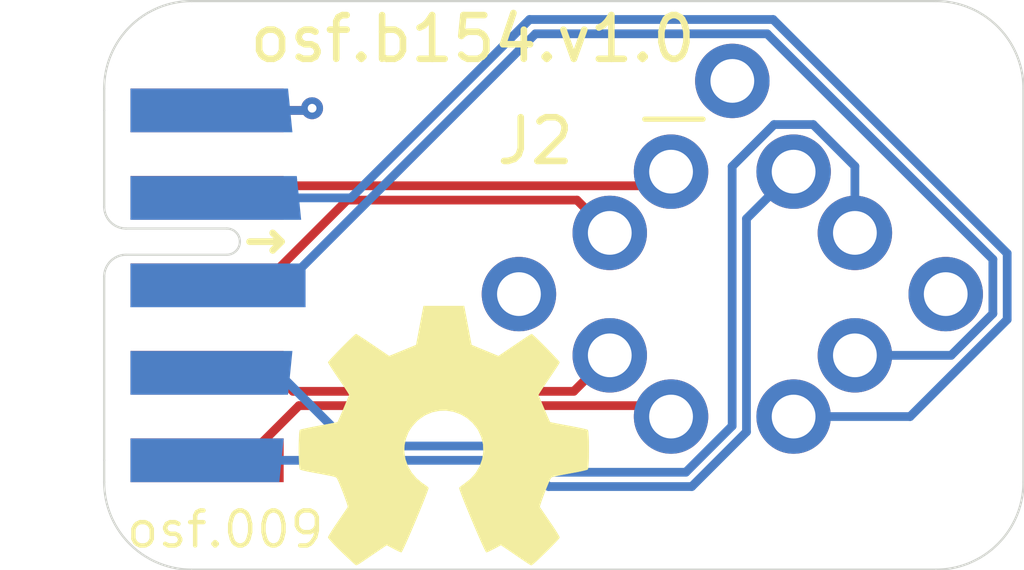
<source format=kicad_pcb>
(kicad_pcb (version 20221018) (generator pcbnew)
  (layers (0 "F.Cu" signal) (31 "B.Cu" signal) (34 "B.Paste" user) (35 "F.Paste" user) (36 "B.SilkS" user "B.Silkscreen") (37 "F.SilkS" user "F.Silkscreen") (38 "B.Mask" user) (39 "F.Mask" user) (44 "Edge.Cuts" user))
  (net 0 "")
  (net 1 "Earth")
  (net 2 "/m12-x-code/TD1+")
  (net 3 "/m12-x-code/TD1-")
  (net 4 "/m12-x-code/TD2+")
  (net 5 "/m12-x-code/TD2-")
  (net 6 "/m12-x-code/TD3+")
  (net 7 "/m12-x-code/TD3-")
  (net 8 "/m12-x-code/TD4+")
  (net 9 "/m12-x-code/TD4-")
  (footprint "Symbol:OSHW-Symbol_6.7x6mm_SilkScreen" (layer "F.Cu") (at 147.75 99.95)
    (fp_text reference "LOGO1" hide)
    (fp_text value "Logo_Open_Hardware_Small" hide)
    (fp_poly (pts (xy 0.555814 -2.531069) (xy 0.639635 -2.086445) (xy 0.94892 -1.958947) (xy 1.258206 -1.831449) (xy 1.629246 -2.083754) (xy 1.733157 -2.154004) (xy 1.827087 -2.216728) (xy 1.906652 -2.269062) (xy 1.96747 -2.308143) (xy 2.005157 -2.331107) (xy 2.015421 -2.336058) (xy 2.03391 -2.323324) (xy 2.07342 -2.288118) (xy 2.129522 -2.234938) (xy 2.197787 -2.168282) (xy 2.273786 -2.092646) (xy 2.353092 -2.012528) (xy 2.431275 -1.932426) (xy 2.503907 -1.856836) (xy 2.566559 -1.790255) (xy 2.614803 -1.737182) (xy 2.64421 -1.702113) (xy 2.651241 -1.690377) (xy 2.641123 -1.66874) (xy 2.612759 -1.621338) (xy 2.569129 -1.552807) (xy 2.513218 -1.467785) (xy 2.448006 -1.370907) (xy 2.410219 -1.31565) (xy 2.341343 -1.214752) (xy 2.28014 -1.123701) (xy 2.229578 -1.04703) (xy 2.192628 -0.989272) (xy 2.172258 -0.954957) (xy 2.169197 -0.947746) (xy 2.176136 -0.927252) (xy 2.195051 -0.879487) (xy 2.223087 -0.811168) (xy 2.257391 -0.729011) (xy 2.295109 -0.63973) (xy 2.333387 -0.550042) (xy 2.36937 -0.466662) (xy 2.400206 -0.396306) (xy 2.423039 -0.34569) (xy 2.435017 -0.321529) (xy 2.435724 -0.320578) (xy 2.454531 -0.315964) (xy 2.504618 -0.305672) (xy 2.580793 -0.290713) (xy 2.677865 -0.272099) (xy 2.790643 -0.250841) (xy 2.856442 -0.238582) (xy 2.97695 -0.215638) (xy 3.085797 -0.193805) (xy 3.177476 -0.174278) (xy 3.246481 -0.158252) (xy 3.287304 -0.146921) (xy 3.295511 -0.143326) (xy 3.303548 -0.118994) (xy 3.310033 -0.064041) (xy 3.31497 0.015108) (xy 3.318364 0.112026) (xy 3.320218 0.220287) (xy 3.320538 0.333465) (xy 3.319327 0.445135) (xy 3.31659 0.548868) (xy 3.312331 0.638241) (xy 3.306555 0.706826) (xy 3.299267 0.748197) (xy 3.294895 0.75681) (xy 3.268764 0.767133) (xy 3.213393 0.781892) (xy 3.136107 0.799352) (xy 3.04423 0.81778) (xy 3.012158 0.823741) (xy 2.857524 0.852066) (xy 2.735375 0.874876) (xy 2.641673 0.89308) (xy 2.572384 0.907583) (xy 2.523471 0.919292) (xy 2.490897 0.929115) (xy 2.470628 0.937956) (xy 2.458626 0.946724) (xy 2.456947 0.948457) (xy 2.440184 0.976371) (xy 2.414614 1.030695) (xy 2.382788 1.104777) (xy 2.34726 1.191965) (xy 2.310583 1.285608) (xy 2.275311 1.379052) (xy 2.243996 1.465647) (xy 2.219193 1.53874) (xy 2.203454 1.591678) (xy 2.199332 1.617811) (xy 2.199676 1.618726) (xy 2.213641 1.640086) (xy 2.245322 1.687084) (xy 2.291391 1.754827) (xy 2.348518 1.838423) (xy 2.413373 1.932982) (xy 2.431843 1.959854) (xy 2.497699 2.057275) (xy 2.55565 2.146163) (xy 2.602538 2.221412) (xy 2.635207 2.27792) (xy 2.6505 2.310581) (xy 2.651241 2.314593) (xy 2.638392 2.335684) (xy 2.602888 2.377464) (xy 2.549293 2.435445) (xy 2.482171 2.505135) (xy 2.406087 2.582045) (xy 2.325604 2.661683) (xy 2.245287 2.739561) (xy 2.169699 2.811186) (xy 2.103405 2.87207) (xy 2.050969 2.917721) (xy 2.016955 2.94365) (xy 2.007545 2.947883) (xy 1.985643 2.937912) (xy 1.9408 2.91102) (xy 1.880321 2.871736) (xy 1.833789 2.840117) (xy 1.749475 2.782098) (xy 1.649626 2.713784) (xy 1.549473 2.645579) (xy 1.495627 2.609075) (xy 1.313371 2.4858) (xy 1.160381 2.56852) (xy 1.090682 2.604759) (xy 1.031414 2.632926) (xy 0.991311 2.648991) (xy 0.981103 2.651226) (xy 0.968829 2.634722) (xy 0.944613 2.588082) (xy 0.910263 2.515609) (xy 0.867588 2.421606) (xy 0.818394 2.310374) (xy 0.76449 2.186215) (xy 0.707684 2.053432) (xy 0.649782 1.916327) (xy 0.592593 1.779202) (xy 0.537924 1.646358) (xy 0.487584 1.522098) (xy 0.44338 1.410725) (xy 0.407119 1.316539) (xy 0.380609 1.243844) (xy 0.365658 1.196941) (xy 0.363254 1.180833) (xy 0.382311 1.160286) (xy 0.424036 1.126933) (xy 0.479706 1.087702) (xy 0.484378 1.084599) (xy 0.628264 0.969423) (xy 0.744283 0.835053) (xy 0.83143 0.685784) (xy 0.888699 0.525913) (xy 0.915086 0.359737) (xy 0.909585 0.191552) (xy 0.87119 0.025655) (xy 0.798895 -0.133658) (xy 0.777626 -0.168513) (xy 0.666996 -0.309263) (xy 0.536302 -0.422286) (xy 0.390064 -0.506997) (xy 0.232808 -0.562806) (xy 0.069057 -0.589126) (xy -0.096667 -0.58537) (xy -0.259838 -0.55095) (xy -0.415935 -0.485277) (xy -0.560433 -0.387765) (xy -0.605131 -0.348187) (xy -0.718888 -0.224297) (xy -0.801782 -0.093876) (xy -0.858644 0.052315) (xy -0.890313 0.197088) (xy -0.898131 0.35986) (xy -0.872062 0.52344) (xy -0.814755 0.682298) (xy -0.728856 0.830906) (xy -0.617014 0.963735) (xy -0.481877 1.075256) (xy -0.464117 1.087011) (xy -0.40785 1.125508) (xy -0.365077 1.158863) (xy -0.344628 1.18016) (xy -0.344331 1.180833) (xy -0.348721 1.203871) (xy -0.366124 1.256157) (xy -0.394732 1.33339) (xy -0.432735 1.431268) (xy -0.478326 1.545491) (xy -0.529697 1.671758) (xy -0.585038 1.805767) (xy -0.642542 1.943218) (xy -0.700399 2.079808) (xy -0.756802 2.211237) (xy -0.809942 2.333205) (xy -0.85801 2.441409) (xy -0.899199 2.531549) (xy -0.931699 2.599323) (xy -0.953703 2.64043) (xy -0.962564 2.651226) (xy -0.98964 2.642819) (xy -1.040303 2.620272) (xy -1.105817 2.587613) (xy -1.141841 2.56852) (xy -1.294832 2.4858) (xy -1.477088 2.609075) (xy -1.570125 2.672228) (xy -1.671985 2.741727) (xy -1.767438 2.807165) (xy -1.81525 2.840117) (xy -1.882495 2.885273) (xy -1.939436 2.921057) (xy -1.978646 2.942938) (xy -1.991381 2.947563) (xy -2.009917 2.935085) (xy -2.050941 2.900252) (xy -2.110475 2.846678) (xy -2.184542 2.777983) (xy -2.269165 2.697781) (xy -2.322685 2.646286) (xy -2.416319 2.554286) (xy -2.497241 2.471999) (xy -2.562177 2.402945) (xy -2.607858 2.350644) (xy -2.631011 2.318616) (xy -2.633232 2.312116) (xy -2.622924 2.287394) (xy -2.594439 2.237405) (xy -2.550937 2.167212) (xy -2.495577 2.081875) (xy -2.43152 1.986456) (xy -2.413303 1.959854) (xy -2.346927 1.863167) (xy -2.287378 1.776117) (xy -2.237984 1.703595) (xy -2.202075 1.650493) (xy -2.182981 1.621703) (xy -2.181136 1.618726) (xy -2.183895 1.595782) (xy -2.198538 1.545336) (xy -2.222513 1.474041) (xy -2.253266 1.388547) (xy -2.288244 1.295507) (xy -2.324893 1.201574) (xy -2.360661 1.113399) (xy -2.392994 1.037634) (xy -2.419338 0.980931) (xy -2.437142 0.949943) (xy -2.438407 0.948457) (xy -2.449294 0.939601) (xy -2.467682 0.930843) (xy -2.497606 0.921277) (xy -2.543103 0.909996) (xy -2.608209 0.896093) (xy -2.696961 0.878663) (xy -2.813393 0.856798) (xy -2.961542 0.829591) (xy -2.993618 0.823741) (xy -3.088686 0.805374) (xy -3.171565 0.787405) (xy -3.23493 0.771569) (xy -3.271458 0.7596) (xy -3.276356 0.75681) (xy -3.284427 0.732072) (xy -3.290987 0.67679) (xy -3.296033 0.597389) (xy -3.299559 0.500296) (xy -3.301561 0.391938) (xy -3.302036 0.27874) (xy -3.300977 0.167128) (xy -3.298382 0.063529) (xy -3.294246 -0.025632) (xy -3.288563 -0.093928) (xy -3.281331 -0.134934) (xy -3.276971 -0.143326) (xy -3.252698 -0.151792) (xy -3.197426 -0.165565) (xy -3.116662 -0.18345) (xy -3.015912 -0.204252) (xy -2.900683 -0.226777) (xy -2.837902 -0.238582) (xy -2.718787 -0.260849) (xy -2.612565 -0.281021) (xy -2.524427 -0.298085) (xy -2.459566 -0.311031) (xy -2.423174 -0.318845) (xy -2.417184 -0.320578) (xy -2.407061 -0.34011) (xy -2.385662 -0.387157) (xy -2.355839 -0.454997) (xy -2.320445 -0.536909) (xy -2.282332 -0.626172) (xy -2.244353 -0.716065) (xy -2.20936 -0.799865) (xy -2.180206 -0.870853) (xy -2.159743 -0.922306) (xy -2.150823 -0.947503) (xy -2.150657 -0.948604) (xy -2.160769 -0.968481) (xy -2.189117 -1.014223) (xy -2.232723 -1.081283) (xy -2.288606 -1.165116) (xy -2.353787 -1.261174) (xy -2.391679 -1.31635) (xy -2.460725 -1.417519) (xy -2.52205 -1.50937) (xy -2.572663 -1.587256) (xy -2.609571 -1.646531) (xy -2.629782 -1.682549) (xy -2.632701 -1.690623) (xy -2.620153 -1.709416) (xy -2.585463 -1.749543) (xy -2.533063 -1.806507) (xy -2.467384 -1.875815) (xy -2.392856 -1.952969) (xy -2.313913 -2.033475) (xy -2.234983 -2.112837) (xy -2.1605 -2.18656) (xy -2.094894 -2.250148) (xy -2.042596 -2.299106) (xy -2.008039 -2.328939) (xy -1.996478 -2.336058) (xy -1.977654 -2.326047) (xy -1.932631 -2.297922) (xy -1.865787 -2.254546) (xy -1.781499 -2.198782) (xy -1.684144 -2.133494) (xy -1.610707 -2.083754) (xy -1.239667 -1.831449) (xy -0.621095 -2.086445) (xy -0.537275 -2.531069) (xy -0.453454 -2.975693) (xy 0.471994 -2.975693) (xy 0.555814 -2.531069)) (stroke (width 0.01)) (fill solid) (layer "F.SilkS"))
  )
  (footprint "b154:m12_x-code" (layer "F.Cu") (at 154.35 96.7)
    (fp_text reference "J2" (at -4.5 -3.5) (layer "F.SilkS"))
    (fp_text value "Conn_01x08_Socket" hide)
    (fp_line (start -2 -4) (end -0.67 -4) (stroke (width 0.12)) (layer "F.SilkS"))
    (pad "1" thru_hole circle (at -1.4 -2.8) (size 1.7 1.7) (drill 1) (layers "*.Cu" "*.Mask") (net 2 "/m12-x-code/TD1+"))
    (pad "2" thru_hole oval (at -2.8 -1.4) (size 1.7 1.7) (drill 1) (layers "*.Cu" "*.Mask") (net 3 "/m12-x-code/TD1-"))
    (pad "3" thru_hole oval (at -2.8 1.4) (size 1.7 1.7) (drill 1) (layers "*.Cu" "*.Mask") (net 4 "/m12-x-code/TD2+"))
    (pad "4" thru_hole oval (at -1.4 2.8) (size 1.7 1.7) (drill 1) (layers "*.Cu" "*.Mask") (net 5 "/m12-x-code/TD2-"))
    (pad "5" thru_hole oval (at 1.4 2.8) (size 1.7 1.7) (drill 1) (layers "*.Cu" "*.Mask") (net 6 "/m12-x-code/TD3+"))
    (pad "6" thru_hole oval (at 2.8 1.4) (size 1.7 1.7) (drill 1) (layers "*.Cu" "*.Mask") (net 7 "/m12-x-code/TD3-"))
    (pad "7" thru_hole oval (at 2.8 -1.4) (size 1.7 1.7) (drill 1) (layers "*.Cu" "*.Mask") (net 8 "/m12-x-code/TD4+"))
    (pad "8" thru_hole oval (at 1.4 -2.8) (size 1.7 1.7) (drill 1) (layers "*.Cu" "*.Mask") (net 9 "/m12-x-code/TD4-"))
    (pad "S" thru_hole circle (at -4.875 0) (size 1.7 1.7) (drill 1) (layers "*.Cu" "*.Mask"))
    (pad "S" thru_hole circle (at 0 -4.875) (size 1.7 1.7) (drill 1) (layers "*.Cu" "*.Mask"))
    (pad "S" thru_hole circle (at 4.875 0) (size 1.7 1.7) (drill 1) (layers "*.Cu" "*.Mask"))
  )
  (footprint "on_edge:on_edge_2x05_device" (layer "F.Cu") (at 140 96.5 -90)
    (fp_text reference "J1")
    (fp_text value "009_1000BASE-T")
    (fp_line (start -1.2 -3.85) (end -1 -4.05) (stroke (width 0.153)) (layer "F.SilkS"))
    (fp_line (start -1 -4.05) (end -1 -3.323) (stroke (width 0.153)) (layer "F.SilkS"))
    (fp_line (start -1 -4.05) (end -0.8 -3.85) (stroke (width 0.153)) (layer "F.SilkS"))
    (fp_line (start -4 0) (end -1.8 0) (stroke (width 0.05)) (layer "Edge.Cuts"))
    (fp_line (start -1.3 -2.8) (end -1.3 -0.5) (stroke (width 0.05)) (layer "Edge.Cuts"))
    (fp_line (start -0.7 -0.5) (end -0.7 -2.8) (stroke (width 0.05)) (layer "Edge.Cuts"))
    (fp_line (start -0.2 0) (end 4 0) (stroke (width 0.05)) (layer "Edge.Cuts"))
    (fp_arc (start -1.3 -2.8) (mid -1 -3.1) (end -0.7 -2.8) (stroke (width 0.05)) (layer "Edge.Cuts"))
    (fp_arc (start -1.3 -0.5) (mid -1.446447 -0.146447) (end -1.8 0) (stroke (width 0.05)) (layer "Edge.Cuts"))
    (fp_arc (start -0.2 0) (mid -0.553553 -0.146447) (end -0.7 -0.5) (stroke (width 0.05)) (layer "Edge.Cuts"))
    (pad "1" smd rect (at -4 -2.35 90) (size 1 3.5) (layers "F.Cu" "F.Mask") (net 1 "Earth"))
    (pad "2" smd rect (at -2 -2.35 270) (size 1 3.5) (layers "F.Cu" "F.Mask") (net 2 "/m12-x-code/TD1+"))
    (pad "3" smd rect (at 0 -2.35 270) (size 1 3.5) (layers "F.Cu" "F.Mask") (net 3 "/m12-x-code/TD1-"))
    (pad "4" smd rect (at 2 -2.35 90) (size 1 3.5) (layers "F.Cu" "F.Mask") (net 4 "/m12-x-code/TD2+"))
    (pad "5" smd rect (at 4 -2.35 90) (size 1 3.5) (layers "F.Cu" "F.Mask") (net 5 "/m12-x-code/TD2-"))
    (pad "6" smd custom (at -4 -2.4 270) (size 1 3.6) (layers "B.Cu" "B.Mask") (net 1 "Earth") (options (clearance outline) (anchor rect)) (primitives (gr_poly (pts (xy 0.5 -1.8) (xy 0.5 -1.9) (xy -0.5 -1.8)) (width 0) (fill yes))))
    (pad "7" smd custom (at -2 -2.1 270) (size 1 3) (layers "B.Cu" "B.Mask") (net 6 "/m12-x-code/TD3+") (options (clearance outline) (anchor rect)) (primitives (gr_poly (pts (xy 0.3 -0.51) (xy 0.31 -0.62) (xy 0.33 -0.7) (xy 0.35 -0.76) (xy 0.37 -0.81) (xy 0.4 -0.86) (xy 0.44 -0.92) (xy 0.48 -0.97) (xy 0.5 -0.99) (xy 0.5 -2.4) (xy -0.5 -2.3) (xy -0.5 1.5) (xy 0.3 1.5)) (width 0) (fill yes))))
    (pad "8" smd rect (at 0 -2.6 270) (size 1 4) (layers "B.Cu" "B.Mask") (net 7 "/m12-x-code/TD3-"))
    (pad "9" smd custom (at 2 -2.4 270) (size 1 3.6) (layers "B.Cu" "B.Mask") (net 8 "/m12-x-code/TD4+") (options (clearance outline) (anchor rect)) (primitives (gr_poly (pts (xy -0.5 -1.8) (xy -0.5 -1.9) (xy 0.5 -1.8)) (width 0) (fill yes))))
    (pad "10" smd custom (at 4 -2.3 270) (size 1 3.4) (layers "B.Cu" "B.Mask") (net 9 "/m12-x-code/TD4-") (options (clearance outline) (anchor rect)) (primitives (gr_poly (pts (xy -0.5 -1.7) (xy -0.5 -1.8) (xy 0.5 -1.7)) (width 0) (fill yes))))
  )
  (gr_line (start 142 90) (end 159 90) (stroke (width 0.05)) (layer "Edge.Cuts"))
  (gr_arc (start 161 101) (mid 160.414214 102.414214) (end 159 103) (stroke (width 0.05)) (layer "Edge.Cuts"))
  (gr_line (start 140 101) (end 140 100.5) (stroke (width 0.05)) (layer "Edge.Cuts"))
  (gr_line (start 159 103) (end 142 103) (stroke (width 0.05)) (layer "Edge.Cuts"))
  (gr_arc (start 159 90) (mid 160.414214 90.585786) (end 161 92) (stroke (width 0.05)) (layer "Edge.Cuts"))
  (gr_arc (start 142 103) (mid 140.585786 102.414214) (end 140 101) (stroke (width 0.05)) (layer "Edge.Cuts"))
  (gr_line (start 161 101) (end 161 92) (stroke (width 0.05)) (layer "Edge.Cuts"))
  (gr_line (start 140 92.5) (end 140 92) (stroke (width 0.05)) (layer "Edge.Cuts"))
  (gr_arc (start 140 92) (mid 140.585786 90.585786) (end 142 90) (stroke (width 0.05)) (layer "Edge.Cuts"))
  (gr_text "osf.009" (at 140.45 102.55) (layer "F.SilkS") (effects (font (size 0.8 0.8) (thickness 0.1)) (justify left bottom)))
  (gr_text "osf.b154.v1.0" (at 143.25 91.45) (layer "F.SilkS") (effects (font (size 1 1)) (justify left bottom)))
  (segment (start 144.7 92.5) (end 144.75 92.45) (width 0.2) (layer "F.Cu") (net 1))
  (segment (start 142.35 92.5) (end 144.7 92.5) (width 0.2) (layer "F.Cu") (net 1))
  (via (at 144.75 92.45) (size 0.5) (drill 0.2) (layers "F.Cu" "B.Cu") (net 1))
  (segment (start 144.75 92.45) (end 144.7 92.5) (width 0.2) (layer "B.Cu") (net 1))
  (segment (start 144.7 92.5) (end 142.4 92.5) (width 0.2) (layer "B.Cu") (net 1))
  (segment (start 142.627 94.223) (end 152.627 94.223) (width 0.2) (layer "F.Cu") (net 2))
  (segment (start 142.35 94.5) (end 142.627 94.223) (width 0.2) (layer "F.Cu") (net 2))
  (segment (start 152.627 94.223) (end 152.95 93.9) (width 0.2) (layer "F.Cu") (net 2))
  (segment (start 150.8 94.55) (end 151.55 95.3) (width 0.2) (layer "F.Cu") (net 3))
  (segment (start 145.55 94.55) (end 150.8 94.55) (width 0.2) (layer "F.Cu") (net 3))
  (segment (start 142.35 96.5) (end 143.6 96.5) (width 0.2) (layer "F.Cu") (net 3))
  (segment (start 143.6 96.5) (end 145.55 94.55) (width 0.2) (layer "F.Cu") (net 3))
  (segment (start 142.35 98.5) (end 143.891552 98.5) (width 0.2) (layer "F.Cu") (net 4))
  (segment (start 150.727 98.923) (end 151.55 98.1) (width 0.2) (layer "F.Cu") (net 4))
  (segment (start 144.314552 98.923) (end 150.727 98.923) (width 0.2) (layer "F.Cu") (net 4))
  (segment (start 143.891552 98.5) (end 144.314552 98.923) (width 0.2) (layer "F.Cu") (net 4))
  (segment (start 143.2 100.5) (end 144.45 99.25) (width 0.2) (layer "F.Cu") (net 5))
  (segment (start 152.7 99.25) (end 152.95 99.5) (width 0.2) (layer "F.Cu") (net 5))
  (segment (start 142.35 100.5) (end 143.2 100.5) (width 0.2) (layer "F.Cu") (net 5))
  (segment (start 144.45 99.25) (end 152.7 99.25) (width 0.2) (layer "F.Cu") (net 5))
  (segment (start 158.410557 99.5) (end 155.75 99.5) (width 0.2) (layer "B.Cu") (net 6))
  (segment (start 155.281557 90.421) (end 160.629 95.768443) (width 0.2) (layer "B.Cu") (net 6))
  (segment (start 142.1 94.5) (end 145.637552 94.5) (width 0.2) (layer "B.Cu") (net 6))
  (segment (start 160.629 95.768443) (end 160.629 97.281557) (width 0.2) (layer "B.Cu") (net 6))
  (segment (start 145.637552 94.5) (end 149.716552 90.421) (width 0.2) (layer "B.Cu") (net 6))
  (segment (start 149.716552 90.421) (end 155.281557 90.421) (width 0.2) (layer "B.Cu") (net 6))
  (segment (start 160.629 97.281557) (end 158.410557 99.5) (width 0.2) (layer "B.Cu") (net 6))
  (segment (start 160.302 97.146109) (end 159.348109 98.1) (width 0.2) (layer "B.Cu") (net 7))
  (segment (start 149.852 90.748) (end 155.146109 90.748) (width 0.2) (layer "B.Cu") (net 7))
  (segment (start 144.1 96.5) (end 149.852 90.748) (width 0.2) (layer "B.Cu") (net 7))
  (segment (start 160.302 95.903891) (end 160.302 97.146109) (width 0.2) (layer "B.Cu") (net 7))
  (segment (start 159.348109 98.1) (end 157.15 98.1) (width 0.2) (layer "B.Cu") (net 7))
  (segment (start 155.146109 90.748) (end 160.302 95.903891) (width 0.2) (layer "B.Cu") (net 7))
  (segment (start 142.6 96.5) (end 144.1 96.5) (width 0.2) (layer "B.Cu") (net 7))
  (segment (start 143.977 98.5) (end 145.65 100.173) (width 0.2) (layer "B.Cu") (net 8))
  (segment (start 157.15 93.776891) (end 157.15 95.3) (width 0.2) (layer "B.Cu") (net 8))
  (segment (start 155.303891 92.823) (end 156.196109 92.823) (width 0.2) (layer "B.Cu") (net 8))
  (segment (start 154.346 93.780891) (end 155.303891 92.823) (width 0.2) (layer "B.Cu") (net 8))
  (segment (start 153.287552 100.773) (end 154.346 99.714552) (width 0.2) (layer "B.Cu") (net 8))
  (segment (start 154.346 99.714552) (end 154.346 93.780891) (width 0.2) (layer "B.Cu") (net 8))
  (segment (start 149.685448 100.173) (end 150.285448 100.773) (width 0.2) (layer "B.Cu") (net 8))
  (segment (start 156.196109 92.823) (end 157.15 93.776891) (width 0.2) (layer "B.Cu") (net 8))
  (segment (start 150.285448 100.773) (end 153.287552 100.773) (width 0.2) (layer "B.Cu") (net 8))
  (segment (start 142.4 98.5) (end 143.977 98.5) (width 0.2) (layer "B.Cu") (net 8))
  (segment (start 145.65 100.173) (end 149.685448 100.173) (width 0.2) (layer "B.Cu") (net 8))
  (segment (start 155.75 93.9) (end 154.673 94.977) (width 0.2) (layer "B.Cu") (net 9))
  (segment (start 154.673 99.85) (end 153.423 101.1) (width 0.2) (layer "B.Cu") (net 9))
  (segment (start 150.15 101.1) (end 149.55 100.5) (width 0.2) (layer "B.Cu") (net 9))
  (segment (start 149.55 100.5) (end 142.3 100.5) (width 0.2) (layer "B.Cu") (net 9))
  (segment (start 153.423 101.1) (end 150.15 101.1) (width 0.2) (layer "B.Cu") (net 9))
  (segment (start 154.673 94.977) (end 154.673 99.85) (width 0.2) (layer "B.Cu") (net 9))
)
</source>
